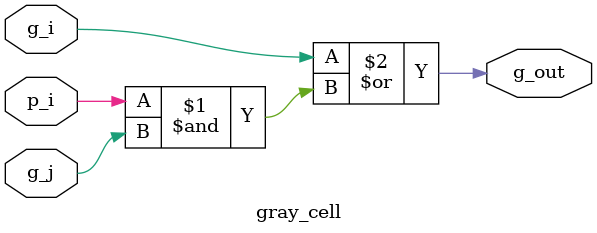
<source format=v>
module black_cell (
    input  p_i, g_i, p_j, g_j,
    output p_out, g_out
);
    assign p_out = p_i & p_j;
    assign g_out = g_i | (p_i & g_j);
endmodule

// Gray cell for final stage
module gray_cell (
    input  p_i, g_i, g_j,
    output g_out
);
    assign g_out = g_i | (p_i & g_j);
endmodule


</source>
